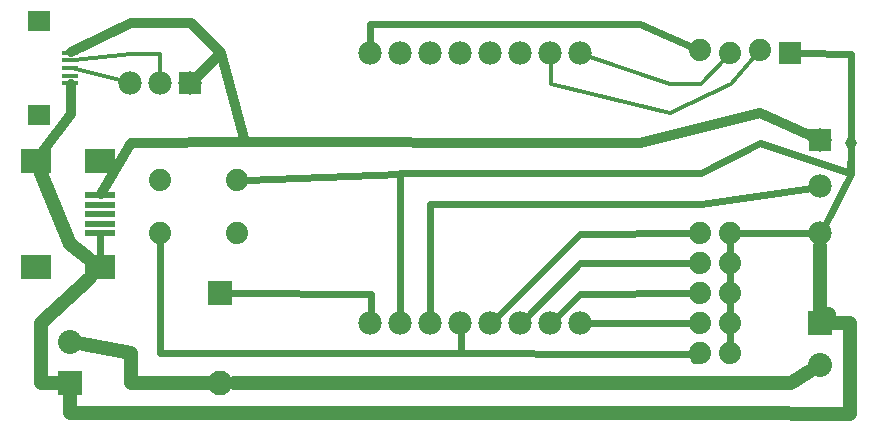
<source format=gtl>
G04 MADE WITH FRITZING*
G04 WWW.FRITZING.ORG*
G04 DOUBLE SIDED*
G04 HOLES PLATED*
G04 CONTOUR ON CENTER OF CONTOUR VECTOR*
%ASAXBY*%
%FSLAX23Y23*%
%MOIN*%
%OFA0B0*%
%SFA1.0B1.0*%
%ADD10C,0.077778*%
%ADD11C,0.080000*%
%ADD12C,0.078000*%
%ADD13C,0.082000*%
%ADD14C,0.074000*%
%ADD15C,0.039370*%
%ADD16R,0.080000X0.080000*%
%ADD17R,0.078000X0.078000*%
%ADD18R,0.082000X0.082000*%
%ADD19R,0.098425X0.019685*%
%ADD20R,0.098425X0.078740*%
%ADD21R,0.055118X0.013780*%
%ADD22R,0.074803X0.070866*%
%ADD23C,0.048000*%
%ADD24C,0.032000*%
%ADD25C,0.024000*%
%ADD26C,0.012000*%
%ADD27R,0.001000X0.001000*%
%LNCOPPER1*%
G90*
G70*
G54D10*
X1886Y1339D03*
X1786Y1339D03*
X1686Y1339D03*
X1586Y1339D03*
X1486Y1339D03*
X1386Y1339D03*
X1286Y1339D03*
X1186Y1339D03*
X1186Y439D03*
X1286Y439D03*
X1386Y439D03*
X1486Y439D03*
X1586Y439D03*
X1686Y439D03*
X1786Y439D03*
X1886Y439D03*
G54D11*
X186Y239D03*
X186Y377D03*
X2686Y439D03*
X2686Y301D03*
G54D12*
X2686Y1051D03*
X2686Y895D03*
X2686Y739D03*
G54D13*
X686Y539D03*
X686Y241D03*
G54D14*
X2286Y739D03*
X2386Y739D03*
X2286Y639D03*
X2386Y639D03*
X2286Y539D03*
X2386Y539D03*
X2286Y439D03*
X2386Y439D03*
X2286Y339D03*
X2386Y339D03*
X2286Y739D03*
X2386Y739D03*
X2286Y639D03*
X2386Y639D03*
X2286Y539D03*
X2386Y539D03*
X2286Y439D03*
X2386Y439D03*
X2286Y339D03*
X2386Y339D03*
X2586Y1339D03*
X2486Y1349D03*
X2386Y1339D03*
X2286Y1349D03*
X2586Y1339D03*
X2486Y1349D03*
X2386Y1339D03*
X2286Y1349D03*
G54D12*
X586Y1239D03*
X486Y1239D03*
X386Y1239D03*
G54D14*
X486Y917D03*
X742Y917D03*
X486Y739D03*
X742Y739D03*
X486Y917D03*
X742Y917D03*
X486Y739D03*
X742Y739D03*
G54D15*
X2787Y1039D03*
G54D16*
X186Y239D03*
X2686Y439D03*
G54D17*
X2686Y1051D03*
G54D18*
X686Y540D03*
G54D19*
X286Y802D03*
X286Y833D03*
X286Y739D03*
X286Y770D03*
G54D20*
X70Y625D03*
X70Y979D03*
X286Y625D03*
X286Y979D03*
G54D19*
X286Y865D03*
G54D21*
X186Y1341D03*
X186Y1239D03*
X186Y1316D03*
X186Y1290D03*
X186Y1264D03*
G54D22*
X82Y1448D03*
X82Y1133D03*
G54D17*
X586Y1239D03*
G54D23*
X2686Y698D02*
X2686Y481D01*
G54D24*
D02*
X767Y1044D02*
X687Y1339D01*
D02*
X687Y1339D02*
X588Y1439D01*
D02*
X289Y869D02*
X387Y1039D01*
D02*
X95Y1013D02*
X188Y1137D01*
D02*
X188Y1137D02*
X187Y1238D01*
G54D23*
D02*
X186Y702D02*
X84Y945D01*
D02*
X243Y658D02*
X186Y702D01*
G54D25*
D02*
X286Y735D02*
X286Y659D01*
D02*
X1188Y537D02*
X719Y539D01*
D02*
X1187Y468D02*
X1188Y537D01*
D02*
X2386Y408D02*
X2386Y370D01*
D02*
X2386Y508D02*
X2386Y470D01*
D02*
X2386Y608D02*
X2386Y570D01*
D02*
X2386Y708D02*
X2386Y670D01*
D02*
X1384Y837D02*
X2287Y837D01*
D02*
X2287Y837D02*
X2657Y891D01*
D02*
X1386Y468D02*
X1384Y837D01*
G54D24*
D02*
X1888Y1039D02*
X2085Y1039D01*
D02*
X2085Y1039D02*
X2486Y1139D01*
D02*
X767Y1044D02*
X1888Y1039D01*
D02*
X2486Y1139D02*
X2649Y1067D01*
D02*
X387Y1039D02*
X767Y1044D01*
G54D25*
D02*
X2787Y1337D02*
X2618Y1339D01*
D02*
X2787Y1058D02*
X2787Y1337D01*
D02*
X2787Y938D02*
X2787Y1020D01*
D02*
X2700Y766D02*
X2787Y938D01*
D02*
X2085Y1437D02*
X2258Y1361D01*
D02*
X1186Y1437D02*
X2085Y1437D01*
D02*
X1186Y1368D02*
X1186Y1437D01*
D02*
X2255Y439D02*
X1916Y439D01*
D02*
X1886Y538D02*
X1807Y459D01*
D02*
X2255Y539D02*
X1886Y538D01*
D02*
X1886Y639D02*
X1707Y460D01*
D02*
X2255Y639D02*
X1886Y639D01*
D02*
X1886Y738D02*
X1607Y459D01*
D02*
X2255Y739D02*
X1886Y738D01*
D02*
X2787Y1020D02*
X2786Y940D01*
D02*
X1286Y941D02*
X1286Y468D01*
D02*
X1986Y941D02*
X1286Y941D01*
D02*
X2287Y941D02*
X1986Y941D01*
D02*
X2786Y940D02*
X2486Y1039D01*
D02*
X2486Y1039D02*
X2287Y941D01*
G54D24*
D02*
X588Y1439D02*
X388Y1439D01*
D02*
X388Y1439D02*
X189Y1343D01*
G54D26*
D02*
X388Y1337D02*
X199Y1317D01*
D02*
X486Y1337D02*
X388Y1337D01*
D02*
X486Y1263D02*
X486Y1337D01*
G54D25*
D02*
X1286Y468D02*
X1286Y937D01*
D02*
X1286Y937D02*
X774Y918D01*
G54D24*
D02*
X687Y1339D02*
X612Y1264D01*
G54D26*
D02*
X363Y1245D02*
X192Y1289D01*
G54D23*
D02*
X88Y239D02*
X88Y439D01*
D02*
X155Y239D02*
X88Y239D01*
D02*
X88Y439D02*
X250Y591D01*
G54D25*
D02*
X2265Y316D02*
X2285Y338D01*
D02*
X2285Y338D02*
X1187Y339D01*
D02*
X1187Y339D02*
X1488Y339D01*
D02*
X1488Y339D02*
X1487Y410D01*
D02*
X1187Y339D02*
X886Y339D01*
D02*
X886Y339D02*
X787Y339D01*
D02*
X787Y339D02*
X486Y339D01*
D02*
X486Y339D02*
X486Y708D01*
G54D23*
D02*
X228Y369D02*
X387Y339D01*
D02*
X387Y339D02*
X387Y240D01*
D02*
X387Y240D02*
X643Y241D01*
D02*
X2587Y240D02*
X2387Y239D01*
D02*
X2387Y239D02*
X2386Y240D01*
D02*
X2651Y279D02*
X2587Y240D01*
D02*
X2386Y240D02*
X1384Y240D01*
D02*
X1384Y240D02*
X1088Y240D01*
D02*
X1088Y240D02*
X787Y240D01*
D02*
X787Y240D02*
X730Y240D01*
D02*
X787Y141D02*
X185Y141D01*
D02*
X185Y141D02*
X186Y197D01*
D02*
X1384Y141D02*
X787Y141D01*
D02*
X2485Y141D02*
X1384Y141D01*
D02*
X2685Y138D02*
X2485Y141D01*
D02*
X2786Y138D02*
X2685Y138D01*
D02*
X2786Y338D02*
X2786Y138D01*
D02*
X2786Y440D02*
X2786Y338D01*
D02*
X2687Y440D02*
X2786Y440D01*
D02*
X2715Y470D02*
X2687Y440D01*
G54D26*
D02*
X2288Y1238D02*
X2369Y1321D01*
D02*
X2185Y1238D02*
X2288Y1238D01*
D02*
X1909Y1331D02*
X2185Y1238D01*
D02*
X1787Y1238D02*
X2185Y1139D01*
D02*
X2185Y1139D02*
X2388Y1238D01*
D02*
X2388Y1238D02*
X2469Y1330D01*
D02*
X1787Y1315D02*
X1787Y1238D01*
G54D25*
D02*
X2656Y739D02*
X2418Y739D01*
G54D27*
X2549Y1376D02*
X2622Y1376D01*
X2549Y1375D02*
X2622Y1375D01*
X2549Y1374D02*
X2622Y1374D01*
X2549Y1373D02*
X2622Y1373D01*
X2549Y1372D02*
X2622Y1372D01*
X2549Y1371D02*
X2622Y1371D01*
X2549Y1370D02*
X2622Y1370D01*
X2549Y1369D02*
X2622Y1369D01*
X2549Y1368D02*
X2622Y1368D01*
X2549Y1367D02*
X2622Y1367D01*
X2549Y1366D02*
X2622Y1366D01*
X2549Y1365D02*
X2622Y1365D01*
X2549Y1364D02*
X2622Y1364D01*
X2549Y1363D02*
X2622Y1363D01*
X2549Y1362D02*
X2622Y1362D01*
X2549Y1361D02*
X2622Y1361D01*
X2549Y1360D02*
X2622Y1360D01*
X2549Y1359D02*
X2581Y1359D01*
X2591Y1359D02*
X2622Y1359D01*
X2549Y1358D02*
X2577Y1358D01*
X2594Y1358D02*
X2622Y1358D01*
X2549Y1357D02*
X2576Y1357D01*
X2596Y1357D02*
X2622Y1357D01*
X2549Y1356D02*
X2574Y1356D01*
X2598Y1356D02*
X2622Y1356D01*
X2549Y1355D02*
X2573Y1355D01*
X2599Y1355D02*
X2622Y1355D01*
X2549Y1354D02*
X2572Y1354D01*
X2600Y1354D02*
X2622Y1354D01*
X2549Y1353D02*
X2571Y1353D01*
X2601Y1353D02*
X2622Y1353D01*
X2549Y1352D02*
X2570Y1352D01*
X2602Y1352D02*
X2622Y1352D01*
X2549Y1351D02*
X2569Y1351D01*
X2603Y1351D02*
X2622Y1351D01*
X2549Y1350D02*
X2568Y1350D01*
X2604Y1350D02*
X2622Y1350D01*
X2549Y1349D02*
X2568Y1349D01*
X2604Y1349D02*
X2622Y1349D01*
X2549Y1348D02*
X2567Y1348D01*
X2605Y1348D02*
X2622Y1348D01*
X2549Y1347D02*
X2567Y1347D01*
X2605Y1347D02*
X2622Y1347D01*
X2549Y1346D02*
X2567Y1346D01*
X2605Y1346D02*
X2622Y1346D01*
X2549Y1345D02*
X2566Y1345D01*
X2606Y1345D02*
X2622Y1345D01*
X2549Y1344D02*
X2566Y1344D01*
X2606Y1344D02*
X2622Y1344D01*
X2549Y1343D02*
X2566Y1343D01*
X2606Y1343D02*
X2622Y1343D01*
X2549Y1342D02*
X2566Y1342D01*
X2606Y1342D02*
X2622Y1342D01*
X2549Y1341D02*
X2566Y1341D01*
X2606Y1341D02*
X2622Y1341D01*
X2549Y1340D02*
X2566Y1340D01*
X2606Y1340D02*
X2622Y1340D01*
X2549Y1339D02*
X2566Y1339D01*
X2606Y1339D02*
X2622Y1339D01*
X2549Y1338D02*
X2566Y1338D01*
X2606Y1338D02*
X2622Y1338D01*
X2549Y1337D02*
X2566Y1337D01*
X2606Y1337D02*
X2622Y1337D01*
X2549Y1336D02*
X2566Y1336D01*
X2606Y1336D02*
X2622Y1336D01*
X2549Y1335D02*
X2566Y1335D01*
X2606Y1335D02*
X2622Y1335D01*
X2549Y1334D02*
X2566Y1334D01*
X2606Y1334D02*
X2622Y1334D01*
X2549Y1333D02*
X2567Y1333D01*
X2605Y1333D02*
X2622Y1333D01*
X2549Y1332D02*
X2567Y1332D01*
X2605Y1332D02*
X2622Y1332D01*
X2549Y1331D02*
X2568Y1331D01*
X2604Y1331D02*
X2622Y1331D01*
X2549Y1330D02*
X2568Y1330D01*
X2604Y1330D02*
X2622Y1330D01*
X2549Y1329D02*
X2569Y1329D01*
X2603Y1329D02*
X2622Y1329D01*
X2549Y1328D02*
X2569Y1328D01*
X2603Y1328D02*
X2622Y1328D01*
X2549Y1327D02*
X2570Y1327D01*
X2602Y1327D02*
X2622Y1327D01*
X2549Y1326D02*
X2571Y1326D01*
X2601Y1326D02*
X2622Y1326D01*
X2549Y1325D02*
X2572Y1325D01*
X2600Y1325D02*
X2622Y1325D01*
X2549Y1324D02*
X2573Y1324D01*
X2599Y1324D02*
X2622Y1324D01*
X2549Y1323D02*
X2575Y1323D01*
X2597Y1323D02*
X2622Y1323D01*
X2549Y1322D02*
X2576Y1322D01*
X2596Y1322D02*
X2622Y1322D01*
X2549Y1321D02*
X2579Y1321D01*
X2593Y1321D02*
X2622Y1321D01*
X2549Y1320D02*
X2583Y1320D01*
X2589Y1320D02*
X2622Y1320D01*
X2549Y1319D02*
X2622Y1319D01*
X2549Y1318D02*
X2622Y1318D01*
X2549Y1317D02*
X2622Y1317D01*
X2549Y1316D02*
X2622Y1316D01*
X2549Y1315D02*
X2622Y1315D01*
X2549Y1314D02*
X2622Y1314D01*
X2549Y1313D02*
X2622Y1313D01*
X2549Y1312D02*
X2622Y1312D01*
X2549Y1311D02*
X2622Y1311D01*
X2549Y1310D02*
X2622Y1310D01*
X2549Y1309D02*
X2622Y1309D01*
X2549Y1308D02*
X2622Y1308D01*
X2549Y1307D02*
X2622Y1307D01*
X2549Y1306D02*
X2622Y1306D01*
X2549Y1305D02*
X2622Y1305D01*
X2549Y1304D02*
X2622Y1304D01*
X2550Y1303D02*
X2622Y1303D01*
D02*
G04 End of Copper1*
M02*
</source>
